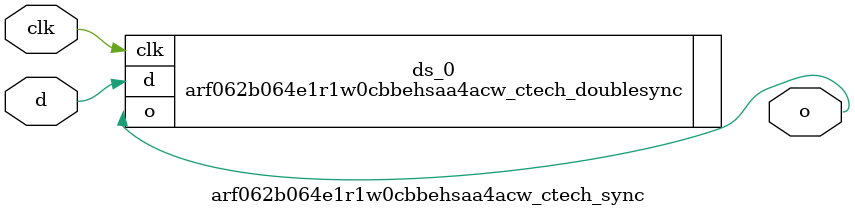
<source format=sv>

`ifndef ARF062B064E1R1W0CBBEHSAA4ACW_CTECH_SYNC_SV
`define ARF062B064E1R1W0CBBEHSAA4ACW_CTECH_SYNC_SV

module arf062b064e1r1w0cbbehsaa4acw_ctech_sync (
  input  logic  clk,
  input  logic  d,

  output logic  o
);

  arf062b064e1r1w0cbbehsaa4acw_ctech_doublesync ds_0 (.o(o), .d(d), .clk(clk));

endmodule // arf062b064e1r1w0cbbehsaa4acw_ctech_sync

`endif // ARF062B064E1R1W0CBBEHSAA4ACW_CTECH_SYNC_SV
</source>
